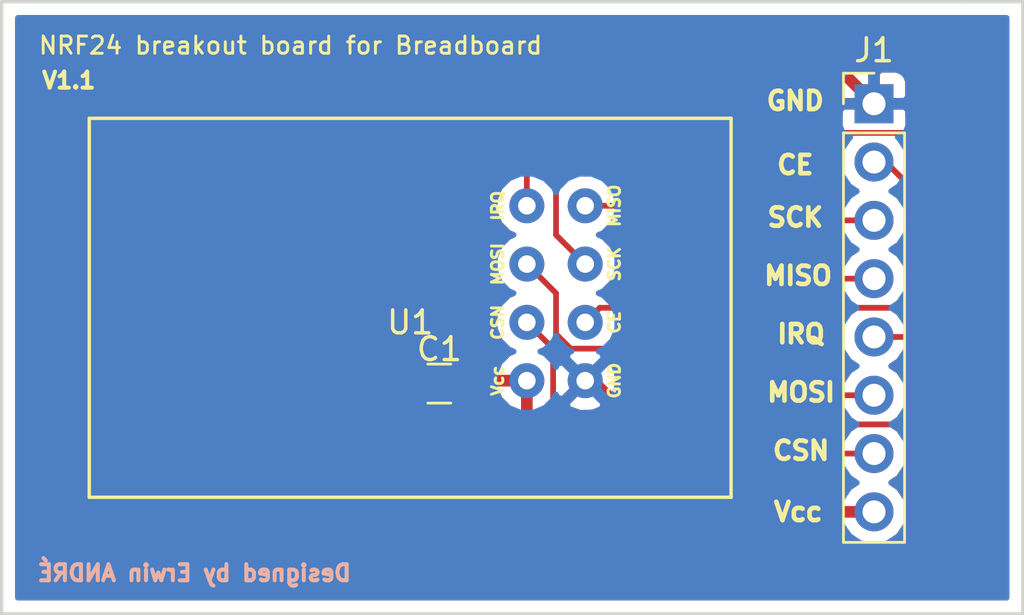
<source format=kicad_pcb>
(kicad_pcb (version 4) (host pcbnew 4.0.7)

  (general
    (links 10)
    (no_connects 0)
    (area 121.209999 81.839999 165.810001 108.660001)
    (thickness 1.6)
    (drawings 16)
    (tracks 50)
    (zones 0)
    (modules 3)
    (nets 9)
  )

  (page A4)
  (title_block
    (title "NRF24 breakout for breadboard PCB")
    (date 2018-03-18)
    (rev V1.0)
    (company "Erwin ANDRE")
  )

  (layers
    (0 F.Cu signal)
    (31 B.Cu signal hide)
    (32 B.Adhes user)
    (33 F.Adhes user)
    (34 B.Paste user)
    (35 F.Paste user)
    (36 B.SilkS user)
    (37 F.SilkS user)
    (38 B.Mask user)
    (39 F.Mask user)
    (40 Dwgs.User user)
    (41 Cmts.User user)
    (42 Eco1.User user)
    (43 Eco2.User user)
    (44 Edge.Cuts user)
    (45 Margin user)
    (46 B.CrtYd user)
    (47 F.CrtYd user)
    (48 B.Fab user)
    (49 F.Fab user)
  )

  (setup
    (last_trace_width 0.254)
    (user_trace_width 0.1524)
    (user_trace_width 0.254)
    (user_trace_width 0.381)
    (user_trace_width 0.508)
    (user_trace_width 0.8128)
    (trace_clearance 0.2)
    (zone_clearance 0.508)
    (zone_45_only no)
    (trace_min 0.1524)
    (segment_width 0.2)
    (edge_width 0.15)
    (via_size 0.6)
    (via_drill 0.4)
    (via_min_size 0.4)
    (via_min_drill 0.3)
    (user_via 0.4826 0.3302)
    (user_via 0.5 0.4)
    (user_via 1.905 0.3)
    (uvia_size 0.3)
    (uvia_drill 0.1)
    (uvias_allowed yes)
    (uvia_min_size 0.2)
    (uvia_min_drill 0.1)
    (pcb_text_width 0.3)
    (pcb_text_size 1.5 1.5)
    (mod_edge_width 0.15)
    (mod_text_size 1 1)
    (mod_text_width 0.15)
    (pad_size 1.524 1.524)
    (pad_drill 0.762)
    (pad_to_mask_clearance 0.2)
    (aux_axis_origin 0 0)
    (visible_elements 7FFFFFFF)
    (pcbplotparams
      (layerselection 0x010f0_80000001)
      (usegerberextensions true)
      (excludeedgelayer true)
      (linewidth 0.100000)
      (plotframeref true)
      (viasonmask false)
      (mode 1)
      (useauxorigin false)
      (hpglpennumber 1)
      (hpglpenspeed 20)
      (hpglpendiameter 15)
      (hpglpenoverlay 2)
      (psnegative false)
      (psa4output false)
      (plotreference true)
      (plotvalue true)
      (plotinvisibletext false)
      (padsonsilk true)
      (subtractmaskfromsilk false)
      (outputformat 1)
      (mirror false)
      (drillshape 0)
      (scaleselection 1)
      (outputdirectory Project_outputs/))
  )

  (net 0 "")
  (net 1 "Net-(J1-Pad2)")
  (net 2 "Net-(J1-Pad3)")
  (net 3 "Net-(J1-Pad4)")
  (net 4 "Net-(J1-Pad5)")
  (net 5 "Net-(J1-Pad6)")
  (net 6 "Net-(J1-Pad7)")
  (net 7 "Net-(C1-Pad1)")
  (net 8 "Net-(C1-Pad2)")

  (net_class Default "Ceci est la Netclass par défaut"
    (clearance 0.2)
    (trace_width 0.25)
    (via_dia 0.6)
    (via_drill 0.4)
    (uvia_dia 0.3)
    (uvia_drill 0.1)
    (add_net "Net-(C1-Pad1)")
    (add_net "Net-(C1-Pad2)")
    (add_net "Net-(J1-Pad2)")
    (add_net "Net-(J1-Pad3)")
    (add_net "Net-(J1-Pad4)")
    (add_net "Net-(J1-Pad5)")
    (add_net "Net-(J1-Pad6)")
    (add_net "Net-(J1-Pad7)")
  )

  (module nRF24_footprints:nRF24 (layer F.Cu) (tedit 5AADB63C) (tstamp 5AADB4EA)
    (at 139.065 95.885)
    (descr "Generic footprint for NRF24 module")
    (path /5A9ACF5F)
    (fp_text reference U1 (at 0 0) (layer F.SilkS)
      (effects (font (size 1 1) (thickness 0.15)))
    )
    (fp_text value nRF24 (at 0 -2.54) (layer F.Fab) hide
      (effects (font (size 1 1) (thickness 0.15)))
    )
    (fp_line (start 13.97 -8.89) (end 13.97 7.62) (layer F.SilkS) (width 0.15))
    (fp_line (start 13.97 7.62) (end -13.97 7.62) (layer F.SilkS) (width 0.15))
    (fp_line (start -13.97 7.62) (end -13.97 -8.89) (layer F.SilkS) (width 0.15))
    (fp_line (start -13.97 -8.89) (end 13.97 -8.89) (layer F.SilkS) (width 0.15))
    (fp_text user Vcc (at 3.81 2.54 90) (layer F.SilkS)
      (effects (font (size 0.5 0.5) (thickness 0.125)))
    )
    (fp_text user CSN (at 3.81 0 90) (layer F.SilkS)
      (effects (font (size 0.5 0.5) (thickness 0.125)))
    )
    (fp_text user MOSI (at 3.81 -2.54 90) (layer F.SilkS)
      (effects (font (size 0.5 0.5) (thickness 0.125)))
    )
    (fp_text user IRQ (at 3.81 -5.08 90) (layer F.SilkS)
      (effects (font (size 0.5 0.5) (thickness 0.125)))
    )
    (fp_text user MISO (at 8.89 -5.08 90) (layer F.SilkS)
      (effects (font (size 0.5 0.5) (thickness 0.125)))
    )
    (fp_text user SCK (at 8.89 -2.54 90) (layer F.SilkS)
      (effects (font (size 0.5 0.5) (thickness 0.125)))
    )
    (fp_text user CE (at 8.89 0 90) (layer F.SilkS)
      (effects (font (size 0.5 0.5) (thickness 0.125)))
    )
    (fp_text user GND (at 8.89 2.54 90) (layer F.SilkS)
      (effects (font (size 0.5 0.5) (thickness 0.125)))
    )
    (pad 1 thru_hole circle (at 7.62 0) (size 1.524 1.524) (drill 0.762) (layers *.Cu *.Mask)
      (net 1 "Net-(J1-Pad2)"))
    (pad 2 thru_hole circle (at 7.62 -2.54) (size 1.524 1.524) (drill 0.762) (layers *.Cu *.Mask)
      (net 2 "Net-(J1-Pad3)"))
    (pad 3 thru_hole circle (at 7.62 -5.08) (size 1.524 1.524) (drill 0.762) (layers *.Cu *.Mask)
      (net 3 "Net-(J1-Pad4)"))
    (pad 4 thru_hole circle (at 5.08 -5.08) (size 1.524 1.524) (drill 0.762) (layers *.Cu *.Mask)
      (net 4 "Net-(J1-Pad5)"))
    (pad 0 thru_hole circle (at 7.62 2.54) (size 1.524 1.524) (drill 0.762) (layers *.Cu *.Mask)
      (net 7 "Net-(C1-Pad1)"))
    (pad 6 thru_hole circle (at 5.08 0) (size 1.524 1.524) (drill 0.762) (layers *.Cu *.Mask)
      (net 6 "Net-(J1-Pad7)"))
    (pad 7 thru_hole circle (at 5.08 2.54) (size 1.524 1.524) (drill 0.762) (layers *.Cu *.Mask)
      (net 8 "Net-(C1-Pad2)"))
    (pad 5 thru_hole circle (at 5.08 -2.54) (size 1.524 1.524) (drill 0.762) (layers *.Cu *.Mask)
      (net 5 "Net-(J1-Pad6)"))
  )

  (module Pin_Headers:Pin_Header_Straight_1x08_Pitch2.54mm (layer F.Cu) (tedit 5AADB630) (tstamp 5AADB4D2)
    (at 159.258 86.36)
    (descr "Through hole straight pin header, 1x08, 2.54mm pitch, single row")
    (tags "Through hole pin header THT 1x08 2.54mm single row")
    (path /5A9ACAC7)
    (fp_text reference J1 (at 0 -2.33) (layer F.SilkS)
      (effects (font (size 1 1) (thickness 0.15)))
    )
    (fp_text value Conn_01x08 (at 0 20.11) (layer F.Fab) hide
      (effects (font (size 1 1) (thickness 0.15)))
    )
    (fp_line (start -0.635 -1.27) (end 1.27 -1.27) (layer F.Fab) (width 0.1))
    (fp_line (start 1.27 -1.27) (end 1.27 19.05) (layer F.Fab) (width 0.1))
    (fp_line (start 1.27 19.05) (end -1.27 19.05) (layer F.Fab) (width 0.1))
    (fp_line (start -1.27 19.05) (end -1.27 -0.635) (layer F.Fab) (width 0.1))
    (fp_line (start -1.27 -0.635) (end -0.635 -1.27) (layer F.Fab) (width 0.1))
    (fp_line (start -1.33 19.11) (end 1.33 19.11) (layer F.SilkS) (width 0.12))
    (fp_line (start -1.33 1.27) (end -1.33 19.11) (layer F.SilkS) (width 0.12))
    (fp_line (start 1.33 1.27) (end 1.33 19.11) (layer F.SilkS) (width 0.12))
    (fp_line (start -1.33 1.27) (end 1.33 1.27) (layer F.SilkS) (width 0.12))
    (fp_line (start -1.33 0) (end -1.33 -1.33) (layer F.SilkS) (width 0.12))
    (fp_line (start -1.33 -1.33) (end 0 -1.33) (layer F.SilkS) (width 0.12))
    (fp_line (start -1.8 -1.8) (end -1.8 19.55) (layer F.CrtYd) (width 0.05))
    (fp_line (start -1.8 19.55) (end 1.8 19.55) (layer F.CrtYd) (width 0.05))
    (fp_line (start 1.8 19.55) (end 1.8 -1.8) (layer F.CrtYd) (width 0.05))
    (fp_line (start 1.8 -1.8) (end -1.8 -1.8) (layer F.CrtYd) (width 0.05))
    (fp_text user %R (at 0 8.89 90) (layer F.Fab)
      (effects (font (size 1 1) (thickness 0.15)))
    )
    (pad 1 thru_hole rect (at 0 0) (size 1.7 1.7) (drill 1) (layers *.Cu *.Mask)
      (net 7 "Net-(C1-Pad1)"))
    (pad 2 thru_hole oval (at 0 2.54) (size 1.7 1.7) (drill 1) (layers *.Cu *.Mask)
      (net 1 "Net-(J1-Pad2)"))
    (pad 3 thru_hole oval (at 0 5.08) (size 1.7 1.7) (drill 1) (layers *.Cu *.Mask)
      (net 2 "Net-(J1-Pad3)"))
    (pad 4 thru_hole oval (at 0 7.62) (size 1.7 1.7) (drill 1) (layers *.Cu *.Mask)
      (net 3 "Net-(J1-Pad4)"))
    (pad 5 thru_hole oval (at 0 10.16) (size 1.7 1.7) (drill 1) (layers *.Cu *.Mask)
      (net 4 "Net-(J1-Pad5)"))
    (pad 6 thru_hole oval (at 0 12.7) (size 1.7 1.7) (drill 1) (layers *.Cu *.Mask)
      (net 5 "Net-(J1-Pad6)"))
    (pad 7 thru_hole oval (at 0 15.24) (size 1.7 1.7) (drill 1) (layers *.Cu *.Mask)
      (net 6 "Net-(J1-Pad7)"))
    (pad 8 thru_hole oval (at 0 17.78) (size 1.7 1.7) (drill 1) (layers *.Cu *.Mask)
      (net 8 "Net-(C1-Pad2)"))
    (model ${KISYS3DMOD}/Pin_Headers.3dshapes/Pin_Header_Straight_1x08_Pitch2.54mm.wrl
      (at (xyz 0 0 0))
      (scale (xyz 1 1 1))
      (rotate (xyz 0 0 0))
    )
  )

  (module Capacitors_SMD:C_0805 (layer F.Cu) (tedit 5AAFA73F) (tstamp 5AAFA70E)
    (at 140.335 98.552)
    (descr "Capacitor SMD 0805, reflow soldering, AVX (see smccp.pdf)")
    (tags "capacitor 0805")
    (path /5AAFA640)
    (attr smd)
    (fp_text reference C1 (at 0 -1.5) (layer F.SilkS)
      (effects (font (size 1 1) (thickness 0.15)))
    )
    (fp_text value 10µF (at 0 1.75) (layer F.Fab) hide
      (effects (font (size 1 1) (thickness 0.15)))
    )
    (fp_text user %R (at 0 -1.5) (layer F.Fab)
      (effects (font (size 1 1) (thickness 0.15)))
    )
    (fp_line (start -1 0.62) (end -1 -0.62) (layer F.Fab) (width 0.1))
    (fp_line (start 1 0.62) (end -1 0.62) (layer F.Fab) (width 0.1))
    (fp_line (start 1 -0.62) (end 1 0.62) (layer F.Fab) (width 0.1))
    (fp_line (start -1 -0.62) (end 1 -0.62) (layer F.Fab) (width 0.1))
    (fp_line (start 0.5 -0.85) (end -0.5 -0.85) (layer F.SilkS) (width 0.12))
    (fp_line (start -0.5 0.85) (end 0.5 0.85) (layer F.SilkS) (width 0.12))
    (fp_line (start -1.75 -0.88) (end 1.75 -0.88) (layer F.CrtYd) (width 0.05))
    (fp_line (start -1.75 -0.88) (end -1.75 0.87) (layer F.CrtYd) (width 0.05))
    (fp_line (start 1.75 0.87) (end 1.75 -0.88) (layer F.CrtYd) (width 0.05))
    (fp_line (start 1.75 0.87) (end -1.75 0.87) (layer F.CrtYd) (width 0.05))
    (pad 1 smd rect (at -1 0) (size 1 1.25) (layers F.Cu F.Paste F.Mask)
      (net 7 "Net-(C1-Pad1)"))
    (pad 2 smd rect (at 1 0) (size 1 1.25) (layers F.Cu F.Paste F.Mask)
      (net 8 "Net-(C1-Pad2)"))
    (model Capacitors_SMD.3dshapes/C_0805.wrl
      (at (xyz 0 0 0))
      (scale (xyz 1 1 1))
      (rotate (xyz 0 0 0))
    )
  )

  (gr_text "Designed by Erwin ANDRÉ" (at 129.667 106.807) (layer B.SilkS)
    (effects (font (size 0.7 0.7) (thickness 0.175)) (justify mirror))
  )
  (gr_text "NRF24 breakout board for Breadboard" (at 133.858 83.82) (layer F.SilkS)
    (effects (font (size 0.75 0.75) (thickness 0.125)))
  )
  (gr_text V1.1 (at 124.206 85.344) (layer F.SilkS)
    (effects (font (size 0.7 0.7) (thickness 0.175)))
  )
  (gr_text GND (at 155.829 86.233) (layer F.SilkS)
    (effects (font (size 0.8 0.8) (thickness 0.2)))
  )
  (gr_text CE (at 155.829 89.027) (layer F.SilkS)
    (effects (font (size 0.8 0.8) (thickness 0.2)))
  )
  (gr_text SCK (at 155.829 91.313) (layer F.SilkS)
    (effects (font (size 0.8 0.8) (thickness 0.2)))
  )
  (gr_text MISO (at 155.956 93.853) (layer F.SilkS)
    (effects (font (size 0.8 0.8) (thickness 0.2)))
  )
  (gr_text IRQ (at 156.083 96.393) (layer F.SilkS)
    (effects (font (size 0.8 0.8) (thickness 0.2)))
  )
  (gr_text MOSI (at 156.083 98.933) (layer F.SilkS)
    (effects (font (size 0.8 0.8) (thickness 0.2)))
  )
  (gr_text CSN (at 156.083 101.473) (layer F.SilkS)
    (effects (font (size 0.8 0.8) (thickness 0.2)))
  )
  (gr_text Vcc (at 155.956 104.14) (layer F.SilkS)
    (effects (font (size 0.8 0.8) (thickness 0.2)))
  )
  (gr_line (start 165.735 81.915) (end 163.195 81.915) (angle 90) (layer Edge.Cuts) (width 0.15))
  (gr_line (start 165.735 108.585) (end 165.735 81.915) (angle 90) (layer Edge.Cuts) (width 0.15))
  (gr_line (start 121.285 108.585) (end 165.735 108.585) (angle 90) (layer Edge.Cuts) (width 0.15))
  (gr_line (start 121.285 81.915) (end 121.285 108.585) (angle 90) (layer Edge.Cuts) (width 0.15))
  (gr_line (start 163.195 81.915) (end 121.285 81.915) (angle 90) (layer Edge.Cuts) (width 0.15))

  (segment (start 159.258 88.9) (end 159.766 88.9) (width 0.25) (layer F.Cu) (net 1))
  (segment (start 159.766 88.9) (end 161.417 90.551) (width 0.254) (layer F.Cu) (net 1) (tstamp 5AADB859))
  (segment (start 161.417 90.551) (end 161.417 94.996) (width 0.25) (layer F.Cu) (net 1) (tstamp 5AADB85A))
  (segment (start 161.417 94.996) (end 161.163 95.25) (width 0.25) (layer F.Cu) (net 1) (tstamp 5AADB85D))
  (segment (start 161.163 95.25) (end 147.32 95.25) (width 0.25) (layer F.Cu) (net 1) (tstamp 5AADB861))
  (segment (start 147.32 95.25) (end 146.685 95.885) (width 0.25) (layer F.Cu) (net 1) (tstamp 5AADB862))
  (segment (start 159.258 91.44) (end 152.654 91.44) (width 0.25) (layer F.Cu) (net 2))
  (segment (start 145.415 92.075) (end 146.685 93.345) (width 0.25) (layer F.Cu) (net 2) (tstamp 5AADB74A))
  (segment (start 145.415 89.154) (end 145.415 92.075) (width 0.25) (layer F.Cu) (net 2) (tstamp 5AADB745))
  (segment (start 145.923 88.646) (end 145.415 89.154) (width 0.25) (layer F.Cu) (net 2) (tstamp 5AADB741))
  (segment (start 149.86 88.646) (end 145.923 88.646) (width 0.25) (layer F.Cu) (net 2) (tstamp 5AADB73E))
  (segment (start 152.654 91.44) (end 149.86 88.646) (width 0.25) (layer F.Cu) (net 2) (tstamp 5AADB73B))
  (segment (start 159.258 93.98) (end 153.416 93.98) (width 0.25) (layer F.Cu) (net 3))
  (segment (start 150.241 90.805) (end 146.685 90.805) (width 0.25) (layer F.Cu) (net 3) (tstamp 5AADB72E))
  (segment (start 153.416 93.98) (end 150.241 90.805) (width 0.25) (layer F.Cu) (net 3) (tstamp 5AADB729))
  (segment (start 159.258 96.52) (end 160.782 96.52) (width 0.25) (layer F.Cu) (net 4))
  (segment (start 144.145 88.646) (end 144.145 90.805) (width 0.25) (layer F.Cu) (net 4) (tstamp 5AADB846))
  (segment (start 145.161 87.63) (end 144.145 88.646) (width 0.25) (layer F.Cu) (net 4) (tstamp 5AADB842))
  (segment (start 160.655 87.63) (end 145.161 87.63) (width 0.25) (layer F.Cu) (net 4) (tstamp 5AADB83F))
  (segment (start 162.56 89.535) (end 160.655 87.63) (width 0.25) (layer F.Cu) (net 4) (tstamp 5AADB83D))
  (segment (start 162.56 94.742) (end 162.56 89.535) (width 0.25) (layer F.Cu) (net 4) (tstamp 5AADB836))
  (segment (start 160.782 96.52) (end 162.56 94.742) (width 0.25) (layer F.Cu) (net 4) (tstamp 5AADB832))
  (segment (start 159.258 99.06) (end 150.876 99.06) (width 0.25) (layer F.Cu) (net 5))
  (segment (start 145.415 94.615) (end 144.145 93.345) (width 0.25) (layer F.Cu) (net 5) (tstamp 5AADB854))
  (segment (start 145.415 96.393) (end 145.415 94.615) (width 0.25) (layer F.Cu) (net 5) (tstamp 5AADB852))
  (segment (start 146.05 97.028) (end 145.415 96.393) (width 0.25) (layer F.Cu) (net 5) (tstamp 5AADB851))
  (segment (start 148.844 97.028) (end 146.05 97.028) (width 0.25) (layer F.Cu) (net 5) (tstamp 5AADB84F))
  (segment (start 150.876 99.06) (end 148.844 97.028) (width 0.25) (layer F.Cu) (net 5) (tstamp 5AADB84D))
  (segment (start 144.145 95.885) (end 145.288 97.028) (width 0.25) (layer F.Cu) (net 6))
  (segment (start 146.812 101.6) (end 159.258 101.6) (width 0.25) (layer F.Cu) (net 6) (tstamp 5AADB80D))
  (segment (start 145.288 100.076) (end 146.812 101.6) (width 0.25) (layer F.Cu) (net 6) (tstamp 5AADB801))
  (segment (start 145.288 97.028) (end 145.288 100.076) (width 0.25) (layer F.Cu) (net 6) (tstamp 5AADB800))
  (segment (start 146.685 98.425) (end 147.193 98.425) (width 0.254) (layer F.Cu) (net 7))
  (segment (start 147.193 98.425) (end 149.098 100.33) (width 0.254) (layer F.Cu) (net 7) (tstamp 5AAFFA10))
  (segment (start 149.098 100.33) (end 161.29 100.33) (width 0.254) (layer F.Cu) (net 7) (tstamp 5AAFFA11))
  (segment (start 161.29 100.33) (end 164.465 97.155) (width 0.254) (layer F.Cu) (net 7) (tstamp 5AAFFA1A))
  (segment (start 164.465 97.155) (end 164.465 87.376) (width 0.254) (layer F.Cu) (net 7) (tstamp 5AAFFA1C))
  (segment (start 164.465 87.376) (end 163.449 86.36) (width 0.254) (layer F.Cu) (net 7) (tstamp 5AAFFA1E))
  (segment (start 163.449 86.36) (end 159.258 86.36) (width 0.254) (layer F.Cu) (net 7) (tstamp 5AAFFA21))
  (segment (start 139.335 98.552) (end 139.335 98.441) (width 0.508) (layer F.Cu) (net 7))
  (segment (start 139.335 98.441) (end 137.922 97.028) (width 0.508) (layer F.Cu) (net 7) (tstamp 5AAFF9F0))
  (segment (start 137.922 97.028) (end 137.922 88.265) (width 0.508) (layer F.Cu) (net 7) (tstamp 5AAFF9F1))
  (segment (start 137.922 88.265) (end 141.605 84.582) (width 0.508) (layer F.Cu) (net 7) (tstamp 5AAFF9F2))
  (segment (start 141.605 84.582) (end 157.48 84.582) (width 0.508) (layer F.Cu) (net 7) (tstamp 5AAFF9F5))
  (segment (start 157.48 84.582) (end 159.258 86.36) (width 0.508) (layer F.Cu) (net 7) (tstamp 5AAFF9F7))
  (segment (start 144.145 98.425) (end 141.462 98.425) (width 0.508) (layer F.Cu) (net 8))
  (segment (start 141.462 98.425) (end 141.335 98.552) (width 0.508) (layer F.Cu) (net 8) (tstamp 5AAFF964))
  (segment (start 159.258 104.14) (end 147.32 104.14) (width 0.508) (layer F.Cu) (net 8))
  (segment (start 144.145 100.965) (end 144.145 98.425) (width 0.508) (layer F.Cu) (net 8) (tstamp 5AADB71A))
  (segment (start 147.32 104.14) (end 144.145 100.965) (width 0.508) (layer F.Cu) (net 8) (tstamp 5AADB718))

  (zone (net 7) (net_name "Net-(C1-Pad1)") (layer F.Cu) (tstamp 5AAFF209) (hatch edge 0.508)
    (connect_pads (clearance 0.508))
    (min_thickness 0.254)
    (fill yes (arc_segments 16) (thermal_gap 0.508) (thermal_bridge_width 0.508))
    (polygon
      (pts
        (xy 165.735 108.585) (xy 121.285 108.585) (xy 121.285 81.915) (xy 165.735 81.915)
      )
    )
    (filled_polygon
      (pts
        (xy 165.025 107.875) (xy 121.995 107.875) (xy 121.995 98.83775) (xy 138.2 98.83775) (xy 138.2 99.30331)
        (xy 138.296673 99.536699) (xy 138.475302 99.715327) (xy 138.708691 99.812) (xy 139.04925 99.812) (xy 139.208 99.65325)
        (xy 139.208 98.679) (xy 138.35875 98.679) (xy 138.2 98.83775) (xy 121.995 98.83775) (xy 121.995 97.80069)
        (xy 138.2 97.80069) (xy 138.2 98.26625) (xy 138.35875 98.425) (xy 139.208 98.425) (xy 139.208 97.45075)
        (xy 139.462 97.45075) (xy 139.462 98.425) (xy 139.482 98.425) (xy 139.482 98.679) (xy 139.462 98.679)
        (xy 139.462 99.65325) (xy 139.62075 99.812) (xy 139.961309 99.812) (xy 140.194698 99.715327) (xy 140.335936 99.57409)
        (xy 140.37091 99.628441) (xy 140.58311 99.773431) (xy 140.835 99.82444) (xy 141.835 99.82444) (xy 142.070317 99.780162)
        (xy 142.286441 99.64109) (xy 142.431431 99.42889) (xy 142.454697 99.314) (xy 143.058515 99.314) (xy 143.256 99.51183)
        (xy 143.256 100.965) (xy 143.323671 101.305206) (xy 143.326314 101.309161) (xy 143.516382 101.593618) (xy 146.691382 104.768618)
        (xy 146.979794 104.961329) (xy 147.32 105.029) (xy 158.07124 105.029) (xy 158.178853 105.190054) (xy 158.660622 105.511961)
        (xy 159.228907 105.625) (xy 159.287093 105.625) (xy 159.855378 105.511961) (xy 160.337147 105.190054) (xy 160.659054 104.708285)
        (xy 160.772093 104.14) (xy 160.659054 103.571715) (xy 160.337147 103.089946) (xy 160.007974 102.87) (xy 160.337147 102.650054)
        (xy 160.659054 102.168285) (xy 160.772093 101.6) (xy 160.659054 101.031715) (xy 160.337147 100.549946) (xy 160.007974 100.33)
        (xy 160.337147 100.110054) (xy 160.659054 99.628285) (xy 160.772093 99.06) (xy 160.659054 98.491715) (xy 160.337147 98.009946)
        (xy 160.007974 97.79) (xy 160.337147 97.570054) (xy 160.530954 97.28) (xy 160.782 97.28) (xy 161.072839 97.222148)
        (xy 161.319401 97.057401) (xy 163.097401 95.279401) (xy 163.262148 95.032839) (xy 163.32 94.742) (xy 163.32 89.535)
        (xy 163.262148 89.244161) (xy 163.097401 88.997599) (xy 161.192401 87.092599) (xy 160.945839 86.927852) (xy 160.743 86.887504)
        (xy 160.743 86.64575) (xy 160.58425 86.487) (xy 159.385 86.487) (xy 159.385 86.507) (xy 159.131 86.507)
        (xy 159.131 86.487) (xy 157.93175 86.487) (xy 157.773 86.64575) (xy 157.773 86.87) (xy 145.161 86.87)
        (xy 144.870161 86.927852) (xy 144.623599 87.092599) (xy 143.607599 88.108599) (xy 143.442852 88.355161) (xy 143.385 88.646)
        (xy 143.385 89.607469) (xy 143.354697 89.61999) (xy 142.961371 90.01263) (xy 142.748243 90.5259) (xy 142.747758 91.081661)
        (xy 142.95999 91.595303) (xy 143.35263 91.988629) (xy 143.560512 92.074949) (xy 143.354697 92.15999) (xy 142.961371 92.55263)
        (xy 142.748243 93.0659) (xy 142.747758 93.621661) (xy 142.95999 94.135303) (xy 143.35263 94.528629) (xy 143.560512 94.614949)
        (xy 143.354697 94.69999) (xy 142.961371 95.09263) (xy 142.748243 95.6059) (xy 142.747758 96.161661) (xy 142.95999 96.675303)
        (xy 143.35263 97.068629) (xy 143.560512 97.154949) (xy 143.354697 97.23999) (xy 143.05817 97.536) (xy 142.337983 97.536)
        (xy 142.29909 97.475559) (xy 142.08689 97.330569) (xy 141.835 97.27956) (xy 140.835 97.27956) (xy 140.599683 97.323838)
        (xy 140.383559 97.46291) (xy 140.337031 97.531006) (xy 140.194698 97.388673) (xy 139.961309 97.292) (xy 139.62075 97.292)
        (xy 139.462 97.45075) (xy 139.208 97.45075) (xy 139.04925 97.292) (xy 138.708691 97.292) (xy 138.475302 97.388673)
        (xy 138.296673 97.567301) (xy 138.2 97.80069) (xy 121.995 97.80069) (xy 121.995 85.38369) (xy 157.773 85.38369)
        (xy 157.773 86.07425) (xy 157.93175 86.233) (xy 159.131 86.233) (xy 159.131 85.03375) (xy 159.385 85.03375)
        (xy 159.385 86.233) (xy 160.58425 86.233) (xy 160.743 86.07425) (xy 160.743 85.38369) (xy 160.646327 85.150301)
        (xy 160.467698 84.971673) (xy 160.234309 84.875) (xy 159.54375 84.875) (xy 159.385 85.03375) (xy 159.131 85.03375)
        (xy 158.97225 84.875) (xy 158.281691 84.875) (xy 158.048302 84.971673) (xy 157.869673 85.150301) (xy 157.773 85.38369)
        (xy 121.995 85.38369) (xy 121.995 82.625) (xy 165.025 82.625)
      )
    )
    (filled_polygon
      (pts
        (xy 150.338599 99.597401) (xy 150.585161 99.762148) (xy 150.876 99.82) (xy 157.985046 99.82) (xy 158.178853 100.110054)
        (xy 158.508026 100.33) (xy 158.178853 100.549946) (xy 157.985046 100.84) (xy 147.126802 100.84) (xy 146.048 99.761198)
        (xy 146.048 99.680984) (xy 146.477302 99.834144) (xy 147.032368 99.806362) (xy 147.416143 99.647397) (xy 147.485608 99.405213)
        (xy 146.685 98.604605) (xy 146.670858 98.618748) (xy 146.491253 98.439143) (xy 146.505395 98.425) (xy 146.491253 98.410858)
        (xy 146.670858 98.231253) (xy 146.685 98.245395) (xy 146.699143 98.231253) (xy 146.878748 98.410858) (xy 146.864605 98.425)
        (xy 147.665213 99.225608) (xy 147.907397 99.156143) (xy 148.094144 98.632698) (xy 148.066362 98.077632) (xy 147.946392 97.788)
        (xy 148.529198 97.788)
      )
    )
  )
  (zone (net 7) (net_name "Net-(C1-Pad1)") (layer B.Cu) (tstamp 5AAFF4FE) (hatch edge 0.508)
    (connect_pads (clearance 0.508))
    (min_thickness 0.254)
    (fill yes (arc_segments 16) (thermal_gap 0.508) (thermal_bridge_width 0.508))
    (polygon
      (pts
        (xy 165.735 108.585) (xy 121.285 108.585) (xy 121.285 81.915) (xy 165.735 81.915)
      )
    )
    (filled_polygon
      (pts
        (xy 165.025 107.875) (xy 121.995 107.875) (xy 121.995 91.081661) (xy 142.747758 91.081661) (xy 142.95999 91.595303)
        (xy 143.35263 91.988629) (xy 143.560512 92.074949) (xy 143.354697 92.15999) (xy 142.961371 92.55263) (xy 142.748243 93.0659)
        (xy 142.747758 93.621661) (xy 142.95999 94.135303) (xy 143.35263 94.528629) (xy 143.560512 94.614949) (xy 143.354697 94.69999)
        (xy 142.961371 95.09263) (xy 142.748243 95.6059) (xy 142.747758 96.161661) (xy 142.95999 96.675303) (xy 143.35263 97.068629)
        (xy 143.560512 97.154949) (xy 143.354697 97.23999) (xy 142.961371 97.63263) (xy 142.748243 98.1459) (xy 142.747758 98.701661)
        (xy 142.95999 99.215303) (xy 143.35263 99.608629) (xy 143.8659 99.821757) (xy 144.421661 99.822242) (xy 144.935303 99.61001)
        (xy 145.140457 99.405213) (xy 145.884392 99.405213) (xy 145.953857 99.647397) (xy 146.477302 99.834144) (xy 147.032368 99.806362)
        (xy 147.416143 99.647397) (xy 147.485608 99.405213) (xy 146.685 98.604605) (xy 145.884392 99.405213) (xy 145.140457 99.405213)
        (xy 145.328629 99.21737) (xy 145.408395 99.025273) (xy 145.462603 99.156143) (xy 145.704787 99.225608) (xy 146.505395 98.425)
        (xy 146.864605 98.425) (xy 147.665213 99.225608) (xy 147.907397 99.156143) (xy 148.094144 98.632698) (xy 148.066362 98.077632)
        (xy 147.907397 97.693857) (xy 147.665213 97.624392) (xy 146.864605 98.425) (xy 146.505395 98.425) (xy 145.704787 97.624392)
        (xy 145.462603 97.693857) (xy 145.412491 97.834318) (xy 145.33001 97.634697) (xy 144.93737 97.241371) (xy 144.729488 97.155051)
        (xy 144.935303 97.07001) (xy 145.328629 96.67737) (xy 145.414949 96.469488) (xy 145.49999 96.675303) (xy 145.89263 97.068629)
        (xy 146.084727 97.148395) (xy 145.953857 97.202603) (xy 145.884392 97.444787) (xy 146.685 98.245395) (xy 147.485608 97.444787)
        (xy 147.416143 97.202603) (xy 147.275682 97.152491) (xy 147.475303 97.07001) (xy 147.868629 96.67737) (xy 148.081757 96.1641)
        (xy 148.082242 95.608339) (xy 147.87001 95.094697) (xy 147.47737 94.701371) (xy 147.269488 94.615051) (xy 147.475303 94.53001)
        (xy 147.868629 94.13737) (xy 148.081757 93.6241) (xy 148.082242 93.068339) (xy 147.87001 92.554697) (xy 147.47737 92.161371)
        (xy 147.269488 92.075051) (xy 147.475303 91.99001) (xy 147.868629 91.59737) (xy 148.081757 91.0841) (xy 148.082242 90.528339)
        (xy 147.87001 90.014697) (xy 147.47737 89.621371) (xy 146.9641 89.408243) (xy 146.408339 89.407758) (xy 145.894697 89.61999)
        (xy 145.501371 90.01263) (xy 145.415051 90.220512) (xy 145.33001 90.014697) (xy 144.93737 89.621371) (xy 144.4241 89.408243)
        (xy 143.868339 89.407758) (xy 143.354697 89.61999) (xy 142.961371 90.01263) (xy 142.748243 90.5259) (xy 142.747758 91.081661)
        (xy 121.995 91.081661) (xy 121.995 88.9) (xy 157.743907 88.9) (xy 157.856946 89.468285) (xy 158.178853 89.950054)
        (xy 158.508026 90.17) (xy 158.178853 90.389946) (xy 157.856946 90.871715) (xy 157.743907 91.44) (xy 157.856946 92.008285)
        (xy 158.178853 92.490054) (xy 158.508026 92.71) (xy 158.178853 92.929946) (xy 157.856946 93.411715) (xy 157.743907 93.98)
        (xy 157.856946 94.548285) (xy 158.178853 95.030054) (xy 158.508026 95.25) (xy 158.178853 95.469946) (xy 157.856946 95.951715)
        (xy 157.743907 96.52) (xy 157.856946 97.088285) (xy 158.178853 97.570054) (xy 158.508026 97.79) (xy 158.178853 98.009946)
        (xy 157.856946 98.491715) (xy 157.743907 99.06) (xy 157.856946 99.628285) (xy 158.178853 100.110054) (xy 158.508026 100.33)
        (xy 158.178853 100.549946) (xy 157.856946 101.031715) (xy 157.743907 101.6) (xy 157.856946 102.168285) (xy 158.178853 102.650054)
        (xy 158.508026 102.87) (xy 158.178853 103.089946) (xy 157.856946 103.571715) (xy 157.743907 104.14) (xy 157.856946 104.708285)
        (xy 158.178853 105.190054) (xy 158.660622 105.511961) (xy 159.228907 105.625) (xy 159.287093 105.625) (xy 159.855378 105.511961)
        (xy 160.337147 105.190054) (xy 160.659054 104.708285) (xy 160.772093 104.14) (xy 160.659054 103.571715) (xy 160.337147 103.089946)
        (xy 160.007974 102.87) (xy 160.337147 102.650054) (xy 160.659054 102.168285) (xy 160.772093 101.6) (xy 160.659054 101.031715)
        (xy 160.337147 100.549946) (xy 160.007974 100.33) (xy 160.337147 100.110054) (xy 160.659054 99.628285) (xy 160.772093 99.06)
        (xy 160.659054 98.491715) (xy 160.337147 98.009946) (xy 160.007974 97.79) (xy 160.337147 97.570054) (xy 160.659054 97.088285)
        (xy 160.772093 96.52) (xy 160.659054 95.951715) (xy 160.337147 95.469946) (xy 160.007974 95.25) (xy 160.337147 95.030054)
        (xy 160.659054 94.548285) (xy 160.772093 93.98) (xy 160.659054 93.411715) (xy 160.337147 92.929946) (xy 160.007974 92.71)
        (xy 160.337147 92.490054) (xy 160.659054 92.008285) (xy 160.772093 91.44) (xy 160.659054 90.871715) (xy 160.337147 90.389946)
        (xy 160.007974 90.17) (xy 160.337147 89.950054) (xy 160.659054 89.468285) (xy 160.772093 88.9) (xy 160.659054 88.331715)
        (xy 160.337147 87.849946) (xy 160.293223 87.820597) (xy 160.467698 87.748327) (xy 160.646327 87.569699) (xy 160.743 87.33631)
        (xy 160.743 86.64575) (xy 160.58425 86.487) (xy 159.385 86.487) (xy 159.385 86.507) (xy 159.131 86.507)
        (xy 159.131 86.487) (xy 157.93175 86.487) (xy 157.773 86.64575) (xy 157.773 87.33631) (xy 157.869673 87.569699)
        (xy 158.048302 87.748327) (xy 158.222777 87.820597) (xy 158.178853 87.849946) (xy 157.856946 88.331715) (xy 157.743907 88.9)
        (xy 121.995 88.9) (xy 121.995 85.38369) (xy 157.773 85.38369) (xy 157.773 86.07425) (xy 157.93175 86.233)
        (xy 159.131 86.233) (xy 159.131 85.03375) (xy 159.385 85.03375) (xy 159.385 86.233) (xy 160.58425 86.233)
        (xy 160.743 86.07425) (xy 160.743 85.38369) (xy 160.646327 85.150301) (xy 160.467698 84.971673) (xy 160.234309 84.875)
        (xy 159.54375 84.875) (xy 159.385 85.03375) (xy 159.131 85.03375) (xy 158.97225 84.875) (xy 158.281691 84.875)
        (xy 158.048302 84.971673) (xy 157.869673 85.150301) (xy 157.773 85.38369) (xy 121.995 85.38369) (xy 121.995 82.625)
        (xy 165.025 82.625)
      )
    )
  )
)

</source>
